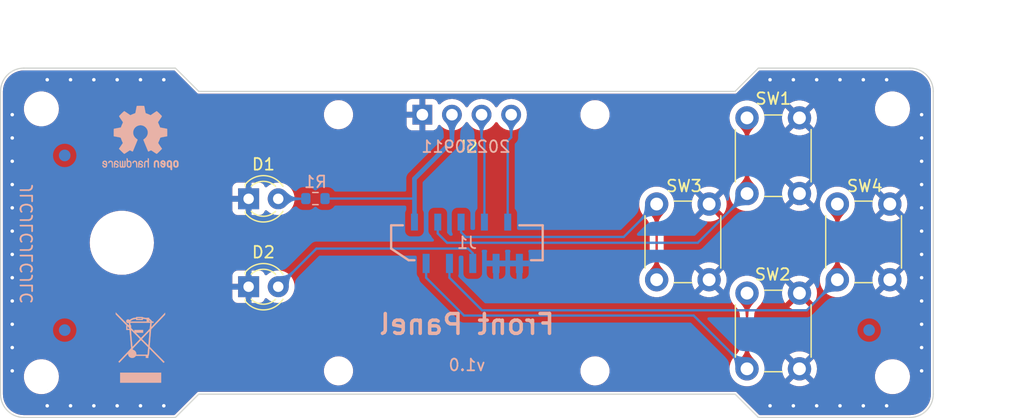
<source format=kicad_pcb>
(kicad_pcb (version 20221018) (generator pcbnew)
  (title_block (title "Reflow Hot Plate Front Panel") (date "2023-09-11") (rev "${REVISION}") (company "Author: I. Kajdan") (comment 1 "Promoter: A. Bondyra, Ph.D."))
  (layers (0 "F.Cu" signal) (31 "B.Cu" signal) (34 "B.Paste" user) (35 "F.Paste" user) (36 "B.SilkS" user "B.Silkscreen") (37 "F.SilkS" user "F.Silkscreen") (38 "B.Mask" user) (39 "F.Mask" user) (44 "Edge.Cuts" user))
  (property "REVISION" "1.0")
  (net 0 "")
  (net 1 "GND")
  (net 2 "Net-(D1-A)")
  (net 3 "/RIGHT")
  (net 4 "/LEFT")
  (net 5 "/DOWN")
  (net 6 "/UP")
  (net 7 "/STATUS")
  (net 8 "/SDA")
  (net 9 "/SCL")
  (net 10 "+3.3V")
  (footprint "Button_Switch_THT:SW_PUSH_6mm_H7.3mm" (layer "F.Cu") (at 168.775 96.675 -90)
    (fp_text reference "SW3" (at -1.55 2.15) (layer "F.SilkS"))
    (fp_text value "Left")
    (pad "1" thru_hole circle (at 0 0) (size 2 2) (drill 1.1) (layers "*.Cu" "*.Mask") (net 1 "GND"))
    (pad "1" thru_hole circle (at 6.5 0) (size 2 2) (drill 1.1) (layers "*.Cu" "*.Mask") (net 1 "GND"))
    (pad "2" thru_hole circle (at 0 4.5) (size 2 2) (drill 1.1) (layers "*.Cu" "*.Mask") (net 4 "/LEFT"))
    (pad "2" thru_hole circle (at 6.5 4.5) (size 2 2) (drill 1.1) (layers "*.Cu" "*.Mask") (net 4 "/LEFT"))
  )
  (footprint "Button_Switch_THT:SW_PUSH_6mm_H7.3mm" (layer "F.Cu") (at 184.275 96.675 -90)
    (fp_text reference "SW4" (at -1.55 2.15) (layer "F.SilkS"))
    (fp_text value "Right")
    (pad "1" thru_hole circle (at 0 0) (size 2 2) (drill 1.1) (layers "*.Cu" "*.Mask") (net 1 "GND"))
    (pad "1" thru_hole circle (at 6.5 0) (size 2 2) (drill 1.1) (layers "*.Cu" "*.Mask") (net 1 "GND"))
    (pad "2" thru_hole circle (at 0 4.5) (size 2 2) (drill 1.1) (layers "*.Cu" "*.Mask") (net 3 "/RIGHT"))
    (pad "2" thru_hole circle (at 6.5 4.5) (size 2 2) (drill 1.1) (layers "*.Cu" "*.Mask") (net 3 "/RIGHT"))
  )
  (footprint "Button_Switch_THT:SW_PUSH_6mm_H7.3mm" (layer "F.Cu") (at 176.525 104.325 -90)
    (fp_text reference "SW2" (at -1.6 2.3) (layer "F.SilkS"))
    (fp_text value "Down")
    (pad "1" thru_hole circle (at 0 0) (size 2 2) (drill 1.1) (layers "*.Cu" "*.Mask") (net 1 "GND"))
    (pad "1" thru_hole circle (at 6.5 0) (size 2 2) (drill 1.1) (layers "*.Cu" "*.Mask") (net 1 "GND"))
    (pad "2" thru_hole circle (at 0 4.5) (size 2 2) (drill 1.1) (layers "*.Cu" "*.Mask") (net 5 "/DOWN"))
    (pad "2" thru_hole circle (at 6.5 4.5) (size 2 2) (drill 1.1) (layers "*.Cu" "*.Mask") (net 5 "/DOWN"))
  )
  (footprint "LED_THT:LED_D3.0mm_FlatTop" (layer "F.Cu") (at 129.275 96.225)
    (fp_text reference "D1" (at 1.27 -2.96) (layer "F.SilkS"))
    (fp_text value "Green")
    (pad "1" thru_hole rect (at 0 0) (size 1.8 1.8) (drill 0.9) (layers "*.Cu" "*.Mask") (net 1 "GND"))
    (pad "2" thru_hole circle (at 2.54 0) (size 1.8 1.8) (drill 0.9) (layers "*.Cu" "*.Mask") (net 2 "Net-(D1-A)"))
  )
  (footprint "MountingHole:MountingHole_2.5mm" (layer "F.Cu") (at 111.5 88.5)
    (fp_text reference "H4" hide)
    (fp_text value "2.5mm")
    (pad "" np_thru_hole circle locked (at 0 0) (size 2.5 2.5) (drill 2.5) (layers "*.Cu" "*.Mask"))
  )
  (footprint "Local_Library:0.96_OLED" (layer "F.Cu") (at 144.175 89)
    (fp_text reference "J2" (at 3.89 2.75) (layer "F.SilkS"))
    (fp_text value "Display")
    (pad "" np_thru_hole circle (at -7.19 0) (size 2 2) (drill 2) (layers "F&B.Cu" "*.Mask"))
    (pad "" np_thru_hole circle (at -7.19 22) (size 2 2) (drill 2) (layers "F&B.Cu" "*.Mask"))
    (pad "" np_thru_hole circle (at 14.81 0) (size 2 2) (drill 2) (layers "F&B.Cu" "*.Mask"))
    (pad "" np_thru_hole circle (at 14.81 22) (size 2 2) (drill 2) (layers "F&B.Cu" "*.Mask"))
    (pad "1" thru_hole rect (at 0 0) (size 1.7 1.7) (drill 1) (layers "*.Cu" "*.Mask") (net 1 "GND"))
    (pad "2" thru_hole circle (at 2.54 0) (size 1.7 1.7) (drill 1) (layers "*.Cu" "*.Mask") (net 10 "+3.3V"))
    (pad "3" thru_hole circle (at 5.08 0) (size 1.7 1.7) (drill 1) (layers "*.Cu" "*.Mask") (net 9 "/SCL"))
    (pad "4" thru_hole circle (at 7.62 0) (size 1.7 1.7) (drill 1) (layers "*.Cu" "*.Mask") (net 8 "/SDA"))
  )
  (footprint "Button_Switch_THT:SW_PUSH_6mm_H7.3mm" (layer "F.Cu") (at 176.525 89.275 -90)
    (fp_text reference "SW1" (at -1.65 2.25) (layer "F.SilkS"))
    (fp_text value "Up")
    (pad "1" thru_hole circle (at 0 0) (size 2 2) (drill 1.1) (layers "*.Cu" "*.Mask") (net 1 "GND"))
    (pad "1" thru_hole circle (at 6.5 0) (size 2 2) (drill 1.1) (layers "*.Cu" "*.Mask") (net 1 "GND"))
    (pad "2" thru_hole circle (at 0 4.5) (size 2 2) (drill 1.1) (layers "*.Cu" "*.Mask") (net 6 "/UP"))
    (pad "2" thru_hole circle (at 6.5 4.5) (size 2 2) (drill 1.1) (layers "*.Cu" "*.Mask") (net 6 "/UP"))
  )
  (footprint "LED_THT:LED_D3.0mm_FlatTop" (layer "F.Cu") (at 129.275 103.775)
    (fp_text reference "D2" (at 1.27 -2.96) (layer "F.SilkS"))
    (fp_text value "Orange")
    (pad "1" thru_hole rect (at 0 0) (size 1.8 1.8) (drill 0.9) (layers "*.Cu" "*.Mask") (net 1 "GND"))
    (pad "2" thru_hole circle (at 2.54 0) (size 1.8 1.8) (drill 0.9) (layers "*.Cu" "*.Mask") (net 7 "/STATUS"))
  )
  (footprint "MountingHole:MountingHole_2.5mm" (layer "F.Cu") (at 111.5 111.5)
    (fp_text reference "H1" hide)
    (fp_text value "2.5mm")
    (pad "" np_thru_hole circle locked (at 0 0) (size 2.5 2.5) (drill 2.5) (layers "*.Cu" "*.Mask"))
  )
  (footprint "MountingHole:MountingHole_5mm" (layer "F.Cu") (at 118.4 100)
    (fp_text reference "H5" hide)
    (fp_text value "5mm")
    (pad "" np_thru_hole circle (at 0 0) (size 5 5) (drill 5) (layers "*.Cu" "*.Mask"))
  )
  (footprint "MountingHole:MountingHole_2.5mm" (layer "F.Cu") (at 184.5 111.5)
    (fp_text reference "H2" hide)
    (fp_text value "2.5mm")
    (pad "" np_thru_hole circle locked (at 0 0) (size 2.5 2.5) (drill 2.5) (layers "*.Cu" "*.Mask"))
  )
  (footprint "MountingHole:MountingHole_2.5mm" (layer "F.Cu") (at 184.5 88.5)
    (fp_text reference "H3" hide)
    (fp_text value "2.5mm")
    (pad "" np_thru_hole circle locked (at 0 0) (size 2.5 2.5) (drill 2.5) (layers "*.Cu" "*.Mask"))
  )
  (footprint "Local_Library:52808-1070" (layer "B.Cu") (at 148 100)
    (fp_text reference "J1" (at 0 0 180) (layer "B.SilkS") (effects (justify mirror)))
    (fp_text value "Panel" hide)
    (pad "1" smd rect (at -4.5 -1.775) (size 0.6 1.45) (layers "B.Cu" "B.Paste" "B.Mask") (net 10 "+3.3V"))
    (pad "2" smd rect (at -3.5 1.775) (size 0.6 1.65) (layers "B.Cu" "B.Paste" "B.Mask") (net 5 "/DOWN"))
    (pad "3" smd rect (at -2.5 -1.775) (size 0.6 1.45) (layers "B.Cu" "B.Paste" "B.Mask") (net 6 "/UP"))
    (pad "4" smd rect (at -1.5 1.775) (size 0.6 1.65) (layers "B.Cu" "B.Paste" "B.Mask") (net 3 "/RIGHT"))
    (pad "5" smd rect (at -0.5 -1.775) (size 0.6 1.45) (layers "B.Cu" "B.Paste" "B.Mask") (net 4 "/LEFT"))
    (pad "6" smd rect (at 0.5 1.775) (size 0.6 1.65) (layers "B.Cu" "B.Paste" "B.Mask") (net 7 "/STATUS"))
    (pad "7" smd rect (at 1.5 -1.775) (size 0.6 1.45) (layers "B.Cu" "B.Paste" "B.Mask") (net 9 "/SCL"))
    (pad "8" smd rect (at 2.5 1.775) (size 0.6 1.65) (layers "B.Cu" "B.Paste" "B.Mask") (net 1 "GND"))
    (pad "9" smd rect (at 3.5 -1.775) (size 0.6 1.45) (layers "B.Cu" "B.Paste" "B.Mask") (net 8 "/SDA"))
    (pad "10" smd rect (at 4.5 1.775) (size 0.6 1.65) (layers "B.Cu" "B.Paste" "B.Mask") (net 1 "GND"))
  )
  (footprint "Resistor_SMD:R_0603_1608Metric" (layer "B.Cu") (at 135.005 96.205 180)
    (fp_text reference "R1" (at 0 1.43) (layer "B.SilkS") (effects (justify mirror)))
    (fp_text value "270R")
    (pad "1" smd roundrect (at -0.825 0 180) (size 0.8 0.95) (layers "B.Cu" "B.Paste" "B.Mask") (net 10 "+3.3V"))
    (pad "2" smd roundrect (at 0.825 0 180) (size 0.8 0.95) (layers "B.Cu" "B.Paste" "B.Mask") (net 2 "Net-(D1-A)"))
  )
  (footprint "Fiducial:Fiducial_1mm_Mask2mm" (layer "B.Cu") (at 182.5 107.5 180)
    (fp_text reference "FID3" hide)
    (fp_text value "Fiducial")
    (pad "" smd circle (at 0 0 180) (size 1 1) (layers "B.Cu" "B.Mask") (clearance 0.5))
  )
  (footprint "Fiducial:Fiducial_1mm_Mask2mm" (layer "B.Cu") (at 113.5 92.5 180)
    (fp_text reference "FID1" hide)
    (fp_text value "Fiducial")
    (pad "" smd circle (at 0 0 180) (size 1 1) (layers "B.Cu" "B.Mask") (clearance 0.5))
  )
  (footprint "Symbol:WEEE-Logo_4.2x6mm_SilkScreen" (layer "B.Cu") (at 120 109 180)
    (fp_text reference "REF**" hide)
    (fp_text value "WEEE-Logo_4.2x6mm_SilkScreen" hide)
  )
  (footprint "Symbol:OSHW-Logo2_7.3x6mm_SilkScreen" (layer "B.Cu") (at 120 91 180)
    (fp_text reference "REF**" hide)
    (fp_text value "OSHW-Logo2_7.3x6mm_SilkScreen" hide)
  )
  (footprint "Fiducial:Fiducial_1mm_Mask2mm" (layer "B.Cu") (at 113.5 107.5 180)
    (fp_text reference "FID2" hide)
    (fp_text value "Fiducial")
    (pad "" smd circle (at 0 0 180) (size 1 1) (layers "B.Cu" "B.Mask") (clearance 0.5))
  )
  (gr_line locked (start 188 87) (end 188 113) (stroke (width 0.1)) (layer "Edge.Cuts"))
  (gr_arc locked (start 186 85) (mid 187.414214 85.585786) (end 188 87) (stroke (width 0.1)) (layer "Edge.Cuts"))
  (gr_line locked (start 171 87) (end 125 87) (stroke (width 0.1)) (layer "Edge.Cuts"))
  (gr_line locked (start 125 113) (end 123 115) (stroke (width 0.1)) (layer "Edge.Cuts"))
  (gr_line locked (start 125 87) (end 123 85) (stroke (width 0.1)) (layer "Edge.Cuts"))
  (gr_arc locked (start 108 87) (mid 108.585786 85.585786) (end 110 85) (stroke (width 0.1)) (layer "Edge.Cuts"))
  (gr_line locked (start 186 115) (end 173 115) (stroke (width 0.1)) (layer "Edge.Cuts"))
  (gr_line locked (start 108 113) (end 108 87) (stroke (width 0.1)) (layer "Edge.Cuts"))
  (gr_arc locked (start 110 115) (mid 108.585786 114.414214) (end 108 113) (stroke (width 0.1)) (layer "Edge.Cuts"))
  (gr_line locked (start 173 85) (end 186 85) (stroke (width 0.1)) (layer "Edge.Cuts"))
  (gr_line locked (start 110 85) (end 123 85) (stroke (width 0.1)) (layer "Edge.Cuts"))
  (gr_line locked (start 173 115) (end 171 113) (stroke (width 0.1)) (layer "Edge.Cuts"))
  (gr_line locked (start 123 115) (end 110 115) (stroke (width 0.1)) (layer "Edge.Cuts"))
  (gr_line locked (start 171 113) (end 125 113) (stroke (width 0.1)) (layer "Edge.Cuts"))
  (gr_line locked (start 171 87) (end 173 85) (stroke (width 0.1)) (layer "Edge.Cuts"))
  (gr_arc locked (start 188 113) (mid 187.414214 114.414214) (end 186 115) (stroke (width 0.1)) (layer "Edge.Cuts"))
  (gr_text "Front Panel" (at 148 108) (layer "B.SilkS") (effects (font (size 1.7 1.7) (thickness 0.3) bold) (justify bottom mirror)))
  (gr_text "20230911" (at 147.9 91.75) (layer "B.SilkS") (effects (font (size 1 1)) (justify mirror)))
  (gr_text "JLCJLCJLCJLC" (at 110.25 100.1 90) (layer "B.SilkS") (effects (font (size 1 1)) (justify mirror)))
  (gr_text "v${REVISION}" (at 148 110.5) (layer "B.SilkS") (effects (font (size 1 1)) (justify mirror)))
  (via locked (at 174 86) (size 0.56) (drill 0.3) (layers "F.Cu" "B.Cu") (net 1))
  (via locked (at 109 111) (size 0.56) (drill 0.3) (layers "F.Cu" "B.Cu") (net 1))
  (via locked (at 109 89) (size 0.56) (drill 0.3) (layers "F.Cu" "B.Cu") (net 1))
  (via locked (at 187 91) (size 0.56) (drill 0.3) (layers "F.Cu" "B.Cu") (net 1))
  (via locked (at 109 97) (size 0.56) (drill 0.3) (layers "F.Cu" "B.Cu") (net 1))
  (via locked (at 187 95) (size 0.56) (drill 0.3) (layers "F.Cu" "B.Cu") (net 1))
  (via locked (at 109 91) (size 0.56) (drill 0.3) (layers "F.Cu" "B.Cu") (net 1))
  (via locked (at 109 107) (size 0.56) (drill 0.3) (layers "F.Cu" "B.Cu") (net 1))
  (via locked (at 187 103) (size 0.56) (drill 0.3) (layers "F.Cu" "B.Cu") (net 1))
  (via locked (at 187 105) (size 0.56) (drill 0.3) (layers "F.Cu" "B.Cu") (net 1))
  (via locked (at 120 114) (size 0.56) (drill 0.3) (layers "F.Cu" "B.Cu") (net 1))
  (via locked (at 114 86) (size 0.56) (drill 0.3) (layers "F.Cu" "B.Cu") (net 1))
  (via locked (at 178 86) (size 0.56) (drill 0.3) (layers "F.Cu" "B.Cu") (net 1))
  (via locked (at 114 114) (size 0.56) (drill 0.3) (layers "F.Cu" "B.Cu") (net 1))
  (via locked (at 122 114) (size 0.56) (drill 0.3) (layers "F.Cu" "B.Cu") (net 1))
  (via locked (at 184 114) (size 0.56) (drill 0.3) (layers "F.Cu" "B.Cu") (net 1))
  (via locked (at 182 86) (size 0.56) (drill 0.3) (layers "F.Cu" "B.Cu") (net 1))
  (via locked (at 118 86) (size 0.56) (drill 0.3) (layers "F.Cu" "B.Cu") (net 1))
  (via locked (at 174 114) (size 0.56) (drill 0.3) (layers "F.Cu" "B.Cu") (net 1))
  (via locked (at 184 86) (size 0.56) (drill 0.3) (layers "F.Cu" "B.Cu") (net 1))
  (via locked (at 118 114) (size 0.56) (drill 0.3) (layers "F.Cu" "B.Cu") (net 1))
  (via locked (at 109 99) (size 0.56) (drill 0.3) (layers "F.Cu" "B.Cu") (net 1))
  (via locked (at 112 114) (size 0.56) (drill 0.3) (layers "F.Cu" "B.Cu") (net 1))
  (via locked (at 109 101) (size 0.56) (drill 0.3) (layers "F.Cu" "B.Cu") (net 1))
  (via locked (at 187 111) (size 0.56) (drill 0.3) (layers "F.Cu" "B.Cu") (net 1))
  (via locked (at 182 114) (size 0.56) (drill 0.3) (layers "F.Cu" "B.Cu") (net 1))
  (via locked (at 176 114) (size 0.56) (drill 0.3) (layers "F.Cu" "B.Cu") (net 1))
  (via locked (at 112 86) (size 0.56) (drill 0.3) (layers "F.Cu" "B.Cu") (net 1))
  (via locked (at 109 95) (size 0.56) (drill 0.3) (layers "F.Cu" "B.Cu") (net 1))
  (via locked (at 176 86) (size 0.56) (drill 0.3) (layers "F.Cu" "B.Cu") (net 1))
  (via locked (at 187 97) (size 0.56) (drill 0.3) (layers "F.Cu" "B.Cu") (net 1))
  (via locked (at 109 105) (size 0.56) (drill 0.3) (layers "F.Cu" "B.Cu") (net 1))
  (via locked (at 187 101) (size 0.56) (drill 0.3) (layers "F.Cu" "B.Cu") (net 1))
  (via locked (at 122 86) (size 0.56) (drill 0.3) (layers "F.Cu" "B.Cu") (net 1))
  (via locked (at 187 109) (size 0.56) (drill 0.3) (layers "F.Cu" "B.Cu") (net 1))
  (via locked (at 187 107) (size 0.56) (drill 0.3) (layers "F.Cu" "B.Cu") (net 1))
  (via locked (at 180 114) (size 0.56) (drill 0.3) (layers "F.Cu" "B.Cu") (net 1))
  (via locked (at 109 93) (size 0.56) (drill 0.3) (layers "F.Cu" "B.Cu") (net 1))
  (via locked (at 116 114) (size 0.56) (drill 0.3) (layers "F.Cu" "B.Cu") (net 1))
  (via locked (at 120 86) (size 0.56) (drill 0.3) (layers "F.Cu" "B.Cu") (net 1))
  (via locked (at 178 114) (size 0.56) (drill 0.3) (layers "F.Cu" "B.Cu") (net 1))
  (via locked (at 109 109) (size 0.56) (drill 0.3) (layers "F.Cu" "B.Cu") (net 1))
  (via locked (at 180 86) (size 0.56) (drill 0.3) (layers "F.Cu" "B.Cu") (net 1))
  (via locked (at 187 99) (size 0.56) (drill 0.3) (layers "F.Cu" "B.Cu") (net 1))
  (via locked (at 187 89) (size 0.56) (drill 0.3) (layers "F.Cu" "B.Cu") (net 1))
  (via locked (at 116 86) (size 0.56) (drill 0.3) (layers "F.Cu" "B.Cu") (net 1))
  (via locked (at 187 93) (size 0.56) (drill 0.3) (layers "F.Cu" "B.Cu") (net 1))
  (via locked (at 109 103) (size 0.56) (drill 0.3) (layers "F.Cu" "B.Cu") (net 1))
  (segment (start 134.16 96.225) (end 134.18 96.205) (width 0.2) (layer "B.Cu") (net 2))
  (segment (start 131.815 96.225) (end 134.16 96.225) (width 0.2) (layer "B.Cu") (net 2))
  (segment (start 179.775 96.675) (end 179.775 103.175) (width 0.2) (layer "F.Cu") (net 3))
  (segment (start 149.3 105.8) (end 177.15 105.8) (width 0.2) (layer "B.Cu") (net 3))
  (segment (start 146.5 103) (end 149.3 105.8) (width 0.2) (layer "B.Cu") (net 3))
  (segment (start 177.15 105.8) (end 179.775 103.175) (width 0.2) (layer "B.Cu") (net 3))
  (segment (start 146.5 101.775) (end 146.5 103) (width 0.2) (layer "B.Cu") (net 3))
  (segment (start 164.275 96.675) (end 164.275 103.175) (width 0.2) (layer "F.Cu") (net 4))
  (segment (start 147.9 99.5) (end 161.45 99.5) (width 0.2) (layer "B.Cu") (net 4))
  (segment (start 147.5 99.1) (end 147.9 99.5) (width 0.2) (layer "B.Cu") (net 4))
  (segment (start 147.5 98.225) (end 147.5 99.1) (width 0.2) (layer "B.Cu") (net 4))
  (segment (start 161.45 99.5) (end 164.275 96.675) (width 0.2) (layer "B.Cu") (net 4))
  (segment (start 172.025 104.325) (end 172.025 110.825) (width 0.2) (layer "F.Cu") (net 5))
  (segment (start 144.5 101.775) (end 144.5 103) (width 0.2) (layer "B.Cu") (net 5))
  (segment (start 147.75 106.25) (end 167.45 106.25) (width 0.2) (layer "B.Cu") (net 5))
  (segment (start 167.45 106.25) (end 172.025 110.825) (width 0.2) (layer "B.Cu") (net 5))
  (segment (start 144.5 103) (end 147.75 106.25) (width 0.2) (layer "B.Cu") (net 5))
  (segment (start 172.025 89.275) (end 172.025 95.775) (width 0.2) (layer "F.Cu") (net 6))
  (segment (start 146.3 100) (end 167.8 100) (width 0.2) (layer "B.Cu") (net 6))
  (segment (start 145.5 98.225) (end 145.5 99.2) (width 0.2) (layer "B.Cu") (net 6))
  (segment (start 167.8 100) (end 172.025 95.775) (width 0.2) (layer "B.Cu") (net 6))
  (segment (start 145.5 99.2) (end 146.3 100) (width 0.2) (layer "B.Cu") (net 6))
  (segment (start 131.815 103.775) (end 135.09 100.5) (width 0.2) (layer "B.Cu") (net 7))
  (segment (start 135.09 100.5) (end 148.1 100.5) (width 0.2) (layer "B.Cu") (net 7))
  (segment (start 148.5 100.9) (end 148.5 101.775) (width 0.2) (layer "B.Cu") (net 7))
  (segment (start 148.1 100.5) (end 148.5 100.9) (width 0.2) (layer "B.Cu") (net 7))
  (segment (start 151.795 89) (end 151.795 90.955) (width 0.2) (layer "B.Cu") (net 8))
  (segment (start 151.795 90.955) (end 151.5 91.25) (width 0.2) (layer "B.Cu") (net 8))
  (segment (start 151.5 91.25) (end 151.5 98.225) (width 0.2) (layer "B.Cu") (net 8))
  (segment (start 149.255 91) (end 149.5 91.245) (width 0.2) (layer "B.Cu") (net 9))
  (segment (start 149.23 88.975) (end 149.255 89) (width 0.2) (layer "B.Cu") (net 9))
  (segment (start 149.5 91.245) (end 149.5 98.225) (width 0.2) (layer "B.Cu") (net 9))
  (segment (start 149.255 89) (end 149.255 91) (width 0.2) (layer "B.Cu") (net 9))
  (segment (start 143.5 96.2) (end 143.495 96.205) (width 0.2) (layer "B.Cu") (net 10))
  (segment (start 143.5 94.5) (end 146.715 91.285) (width 0.4) (layer "B.Cu") (net 10))
  (segment (start 146.715 91.285) (end 146.715 89) (width 0.4) (layer "B.Cu") (net 10))
  (segment (start 143.495 96.205) (end 135.83 96.205) (width 0.2) (layer "B.Cu") (net 10))
  (segment (start 143.5 98.225) (end 143.5 94.5) (width 0.4) (layer "B.Cu") (net 10))
  (zone locked (net 1) (net_name "GND") (layers "F&B.Cu") (name "GND") (priority 1) (connect_pads (clearance 0.5)) (min_thickness 0.25) (fill yes (thermal_gap 0.5) (thermal_bridge_width 0.5) (island_removal_mode 2) (island_area_min 10))
    (polygon (pts (xy 108 85) (xy 188 85) (xy 188 115) (xy 108 115)))
  )
)
</source>
